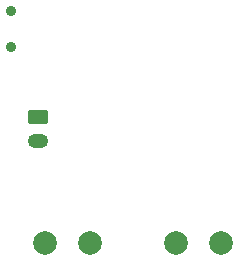
<source format=gbr>
%TF.GenerationSoftware,KiCad,Pcbnew,(7.0.0)*%
%TF.CreationDate,2023-03-10T16:09:34-06:00*%
%TF.ProjectId,stick-and-slip_v2_2-channel,73746963-6b2d-4616-9e64-2d736c69705f,rev?*%
%TF.SameCoordinates,Original*%
%TF.FileFunction,Soldermask,Bot*%
%TF.FilePolarity,Negative*%
%FSLAX46Y46*%
G04 Gerber Fmt 4.6, Leading zero omitted, Abs format (unit mm)*
G04 Created by KiCad (PCBNEW (7.0.0)) date 2023-03-10 16:09:34*
%MOMM*%
%LPD*%
G01*
G04 APERTURE LIST*
G04 Aperture macros list*
%AMRoundRect*
0 Rectangle with rounded corners*
0 $1 Rounding radius*
0 $2 $3 $4 $5 $6 $7 $8 $9 X,Y pos of 4 corners*
0 Add a 4 corners polygon primitive as box body*
4,1,4,$2,$3,$4,$5,$6,$7,$8,$9,$2,$3,0*
0 Add four circle primitives for the rounded corners*
1,1,$1+$1,$2,$3*
1,1,$1+$1,$4,$5*
1,1,$1+$1,$6,$7*
1,1,$1+$1,$8,$9*
0 Add four rect primitives between the rounded corners*
20,1,$1+$1,$2,$3,$4,$5,0*
20,1,$1+$1,$4,$5,$6,$7,0*
20,1,$1+$1,$6,$7,$8,$9,0*
20,1,$1+$1,$8,$9,$2,$3,0*%
G04 Aperture macros list end*
%ADD10C,2.000000*%
%ADD11RoundRect,0.250000X-0.625000X0.350000X-0.625000X-0.350000X0.625000X-0.350000X0.625000X0.350000X0*%
%ADD12O,1.750000X1.200000*%
%ADD13C,0.900000*%
G04 APERTURE END LIST*
D10*
%TO.C,J5*%
X47650000Y-91694000D03*
%TD*%
D11*
%TO.C,J9*%
X46990000Y-81026000D03*
D12*
X46989999Y-83025999D03*
%TD*%
D10*
%TO.C,J2*%
X62509000Y-91694000D03*
%TD*%
%TO.C,J6*%
X51460000Y-91694000D03*
%TD*%
%TO.C,J1*%
X58699000Y-91694000D03*
%TD*%
D13*
%TO.C,S1*%
X44732000Y-72069000D03*
X44732000Y-75069000D03*
%TD*%
M02*

</source>
